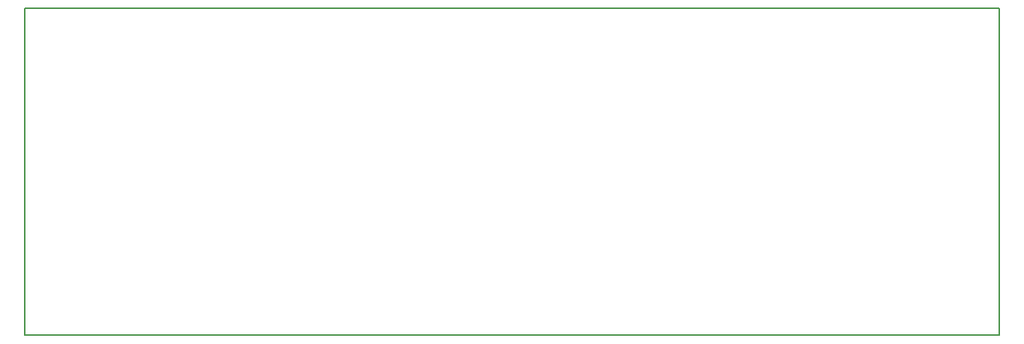
<source format=gm1>
%FSLAX24Y24*%
%MOIN*%
G70*
G01*
G75*
G04 Layer_Color=16711935*
%ADD10R,0.1181X0.0551*%
%ADD11R,0.0433X0.0394*%
%ADD12C,0.0394*%
%ADD13R,0.0512X0.0591*%
%ADD14R,0.0433X0.0236*%
%ADD15R,0.0290X0.0220*%
%ADD16R,0.0118X0.0472*%
%ADD17R,0.0571X0.0177*%
%ADD18R,0.0335X0.0110*%
%ADD19R,0.0110X0.0335*%
%ADD20R,0.0276X0.0118*%
%ADD21R,0.0480X0.0358*%
%ADD22R,0.0358X0.0480*%
%ADD23R,0.0500X0.0200*%
%ADD24R,0.0200X0.0500*%
%ADD25R,0.0472X0.0118*%
%ADD26R,0.0551X0.0118*%
%ADD27R,0.0630X0.0709*%
%ADD28R,0.0906X0.0236*%
%ADD29R,0.0236X0.0433*%
%ADD30R,0.0591X0.0512*%
%ADD31C,0.0100*%
%ADD32C,0.0110*%
%ADD33C,0.1575*%
%ADD34C,0.0748*%
%ADD35R,0.0748X0.0748*%
%ADD36C,0.0787*%
%ADD37C,0.1496*%
%ADD38C,0.0280*%
%ADD39C,0.0098*%
%ADD40C,0.0118*%
%ADD41C,0.0050*%
%ADD42C,0.0079*%
%ADD43C,0.0059*%
%ADD44R,0.1161X0.0531*%
%ADD45R,0.0413X0.0374*%
%ADD46C,0.0374*%
%ADD47R,0.0492X0.0571*%
%ADD48R,0.0413X0.0216*%
%ADD49R,0.0270X0.0200*%
%ADD50R,0.0098X0.0452*%
%ADD51R,0.0551X0.0157*%
%ADD52R,0.0315X0.0090*%
%ADD53R,0.0090X0.0315*%
%ADD54R,0.0256X0.0098*%
%ADD55R,0.0460X0.0338*%
%ADD56R,0.0338X0.0460*%
%ADD57R,0.0480X0.0180*%
%ADD58R,0.0180X0.0480*%
%ADD59R,0.0452X0.0098*%
%ADD60R,0.0531X0.0098*%
%ADD61R,0.0610X0.0689*%
%ADD62R,0.0886X0.0216*%
%ADD63R,0.0216X0.0413*%
%ADD64R,0.0571X0.0492*%
%ADD65R,0.1261X0.0631*%
%ADD66R,0.0513X0.0474*%
%ADD67C,0.0787*%
%ADD68R,0.0592X0.0671*%
%ADD69R,0.0513X0.0316*%
%ADD70R,0.0370X0.0300*%
%ADD71R,0.0198X0.0552*%
%ADD72R,0.0610X0.0217*%
%ADD73R,0.0375X0.0150*%
%ADD74R,0.0150X0.0375*%
%ADD75R,0.0316X0.0158*%
%ADD76R,0.0560X0.0438*%
%ADD77R,0.0438X0.0560*%
%ADD78R,0.0580X0.0280*%
%ADD79R,0.0280X0.0580*%
%ADD80R,0.0552X0.0198*%
%ADD81R,0.0591X0.0157*%
%ADD82R,0.0710X0.0789*%
%ADD83R,0.0986X0.0316*%
%ADD84R,0.0316X0.0513*%
%ADD85R,0.0671X0.0592*%
%ADD86C,0.1655*%
%ADD87C,0.0828*%
%ADD88R,0.0828X0.0828*%
%ADD89C,0.0867*%
%ADD90C,0.1576*%
G54D41*
X18215Y-7283D02*
Y7283D01*
X-25093D02*
X18215D01*
X-25093Y-7283D02*
X18215D01*
X-25093D02*
Y7283D01*
M02*

</source>
